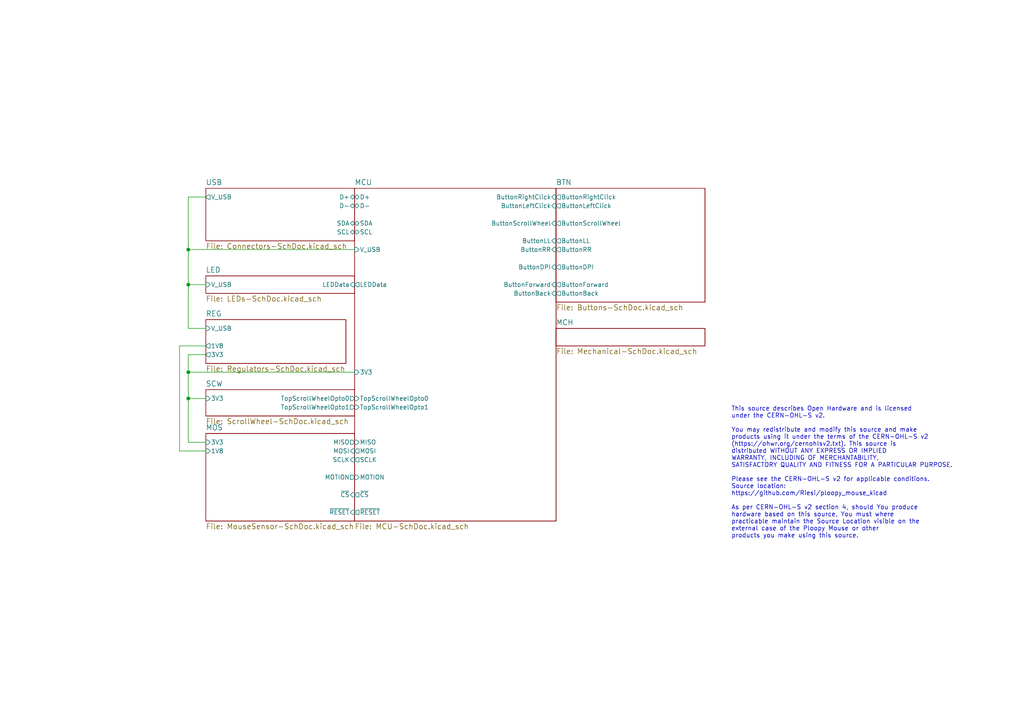
<source format=kicad_sch>
(kicad_sch (version 20211123) (generator eeschema)
  (paper "A4")
  (title_block (title "QMKMouse-SchDoc") (date "17 01 2023") (rev "2.001") (comment 4 "Original: Copyright Ploopy Corporation 2021") (comment 5 "Modified: Copyright Riesi 2023") (comment 7 "Licensed under the CERN-OHL-S v2") (comment 8 "http://ohwr.org/cernohl"))
  (lib_symbols)
  (junction (at 54.61 107.95))
  (junction (at 54.61 82.55))
  (junction (at 54.61 115.57))
  (junction (at 54.61 72.39))
  (wire (pts (xy 54.61 102.87) (xy 54.61 107.95)))
  (wire (pts (xy 54.61 95.25) (xy 54.61 82.55)))
  (wire (pts (xy 102.87 107.95) (xy 54.61 107.95)))
  (wire (pts (xy 54.61 57.15) (xy 59.69 57.15)))
  (wire (pts (xy 54.61 95.25) (xy 59.69 95.25)))
  (wire (pts (xy 59.69 102.87) (xy 54.61 102.87)))
  (wire (pts (xy 59.69 82.55) (xy 54.61 82.55)))
  (wire (pts (xy 54.61 128.27) (xy 54.61 115.57)))
  (wire (pts (xy 59.69 130.81) (xy 52.07 130.81)))
  (wire (pts (xy 54.61 82.55) (xy 54.61 72.39)))
  (wire (pts (xy 102.87 72.39) (xy 54.61 72.39)))
  (wire (pts (xy 59.69 128.27) (xy 54.61 128.27)))
  (wire (pts (xy 54.61 115.57) (xy 59.69 115.57)))
  (wire (pts (xy 54.61 72.39) (xy 54.61 57.15)))
  (wire (pts (xy 52.07 130.81) (xy 52.07 100.33)))
  (wire (pts (xy 52.07 100.33) (xy 59.69 100.33)))
  (wire (pts (xy 54.61 107.95) (xy 54.61 115.57)))
  (text "This source describes Open Hardware and is licensed \nunder the CERN-OHL-S v2.\n\nYou may redistribute and modify this source and make \nproducts using it under the terms of the CERN-OHL-S v2 \n(https://ohwr.org/cernohlsv2.txt). This source is \ndistributed WITHOUT ANY EXPRESS OR IMPLIED \nWARRANTY, INCLUDING OF MERCHANTABILITY, \nSATISFACTORY QUALITY AND FITNESS FOR A PARTICULAR PURPOSE.\n\nPlease see the CERN-OHL-S v2 for applicable conditions.\nSource location:  \nhttps://github.com/Riesi/ploopy_mouse_kicad    \n\nAs per CERN-OHL-S v2 section 4, should You produce \nhardware based on this source, You must where \npracticable maintain the Source Location visible on the \nexternal case of the Ploopy Mouse or other \nproducts you make using this source." (at 212.09 156.21 0) (effects (font (size 1.27 1.27)) (justify left bottom)))
  (sheet (at 161.29 54.61) (size 43.18 33.02)
    (property "Sheet name" "BTN" (at 161.29 53.7714 0) (effects (font (size 1.524 1.524)) (justify left bottom)))
    (property "Sheet file" "Buttons-SchDoc.kicad_sch" (at 161.29 88.3162 0) (effects (font (size 1.524 1.524)) (justify left top)))
    (pin "ButtonRightClick" output (at 161.29 57.15 180))
    (pin "ButtonLeftClick" output (at 161.29 59.69 180))
    (pin "ButtonBack" output (at 161.29 85.09 180))
    (pin "ButtonForward" output (at 161.29 82.55 180))
    (pin "ButtonScrollWheel" output (at 161.29 64.77 180))
    (pin "ButtonDPI" output (at 161.29 77.47 180))
    (pin "ButtonRR" output (at 161.29 72.39 180))
    (pin "ButtonLL" output (at 161.29 69.85 180))
  )
  (sheet (at 102.87 54.61) (size 58.42 96.52)
    (property "Sheet name" "MCU" (at 102.87 53.7714 0) (effects (font (size 1.524 1.524)) (justify left bottom)))
    (property "Sheet file" "MCU-SchDoc.kicad_sch" (at 102.87 151.8162 0) (effects (font (size 1.524 1.524)) (justify left top)))
    (pin "ButtonBack" input (at 161.29 85.09 0))
    (pin "LEDData" output (at 102.87 82.55 180))
    (pin "ButtonDPI" input (at 161.29 77.47 0))
    (pin "ButtonRR" input (at 161.29 72.39 0))
    (pin "ButtonLL" input (at 161.29 69.85 0))
    (pin "SDA" bidirectional (at 102.87 64.77 180))
    (pin "SCL" bidirectional (at 102.87 67.31 180))
    (pin "ButtonLeftClick" input (at 161.29 59.69 0))
    (pin "ButtonScrollWheel" input (at 161.29 64.77 0))
    (pin "MOSI" output (at 102.87 130.81 180))
    (pin "SCLK" output (at 102.87 133.35 180))
    (pin "~{CS}" output (at 102.87 143.51 180))
    (pin "MISO" input (at 102.87 128.27 180))
    (pin "3V3" input (at 102.87 107.95 180))
    (pin "~{RESET}" output (at 102.87 148.59 180))
    (pin "V_USB" input (at 102.87 72.39 180))
    (pin "D-" bidirectional (at 102.87 59.69 180))
    (pin "D+" bidirectional (at 102.87 57.15 180))
    (pin "MOTION" input (at 102.87 138.43 180))
    (pin "TopScrollWheelOpto1" input (at 102.87 118.11 180))
    (pin "TopScrollWheelOpto0" input (at 102.87 115.57 180))
    (pin "ButtonRightClick" input (at 161.29 57.15 0))
    (pin "ButtonForward" input (at 161.29 82.55 0))
  )
  (sheet (at 59.69 125.73) (size 43.18 25.4)
    (property "Sheet name" "MOS" (at 59.69 124.8914 0) (effects (font (size 1.524 1.524)) (justify left bottom)))
    (property "Sheet file" "MouseSensor-SchDoc.kicad_sch" (at 59.69 151.8162 0) (effects (font (size 1.524 1.524)) (justify left top)))
    (pin "~{CS}" input (at 102.87 143.51 0))
    (pin "1V8" input (at 59.69 130.81 180))
    (pin "3V3" input (at 59.69 128.27 180))
    (pin "MISO" output (at 102.87 128.27 0))
    (pin "MOSI" input (at 102.87 130.81 0))
    (pin "SCLK" input (at 102.87 133.35 0))
    (pin "MOTION" output (at 102.87 138.43 0))
    (pin "~{RESET}" input (at 102.87 148.59 0))
  )
  (sheet (at 161.29 95.25) (size 43.18 5.08)
    (property "Sheet name" "MCH" (at 161.29 94.4114 0) (effects (font (size 1.524 1.524)) (justify left bottom)))
    (property "Sheet file" "Mechanical-SchDoc.kicad_sch" (at 161.29 101.0162 0) (effects (font (size 1.524 1.524)) (justify left top)))
  )
  (sheet (at 59.69 92.71) (size 40.64 12.7)
    (property "Sheet name" "REG" (at 59.69 91.8714 0) (effects (font (size 1.524 1.524)) (justify left bottom)))
    (property "Sheet file" "Regulators-SchDoc.kicad_sch" (at 59.69 106.0962 0) (effects (font (size 1.524 1.524)) (justify left top)))
    (pin "1V8" output (at 59.69 100.33 180))
    (pin "3V3" output (at 59.69 102.87 180))
    (pin "V_USB" input (at 59.69 95.25 180))
  )
  (sheet (at 59.69 80.01) (size 43.18 5.08)
    (property "Sheet name" "LED" (at 59.69 79.1714 0) (effects (font (size 1.524 1.524)) (justify left bottom)))
    (property "Sheet file" "LEDs-SchDoc.kicad_sch" (at 59.69 85.7762 0) (effects (font (size 1.524 1.524)) (justify left top)))
    (pin "V_USB" input (at 59.69 82.55 180))
    (pin "LEDData" input (at 102.87 82.55 0))
  )
  (sheet (at 59.69 113.03) (size 43.18 7.62)
    (property "Sheet name" "SCW" (at 59.69 112.1914 0) (effects (font (size 1.524 1.524)) (justify left bottom)))
    (property "Sheet file" "ScrollWheel-SchDoc.kicad_sch" (at 59.69 121.3362 0) (effects (font (size 1.524 1.524)) (justify left top)))
    (pin "3V3" input (at 59.69 115.57 180))
    (pin "TopScrollWheelOpto0" output (at 102.87 115.57 0))
    (pin "TopScrollWheelOpto1" output (at 102.87 118.11 0))
  )
  (sheet (at 59.69 54.61) (size 43.18 15.24)
    (property "Sheet name" "USB" (at 59.69 53.7714 0) (effects (font (size 1.524 1.524)) (justify left bottom)))
    (property "Sheet file" "Connectors-SchDoc.kicad_sch" (at 59.69 70.5362 0) (effects (font (size 1.524 1.524)) (justify left top)))
    (pin "D+" bidirectional (at 102.87 57.15 0))
    (pin "D-" bidirectional (at 102.87 59.69 0))
    (pin "SCL" bidirectional (at 102.87 67.31 0))
    (pin "SDA" bidirectional (at 102.87 64.77 0))
    (pin "V_USB" output (at 59.69 57.15 180))
  )
)
</source>
